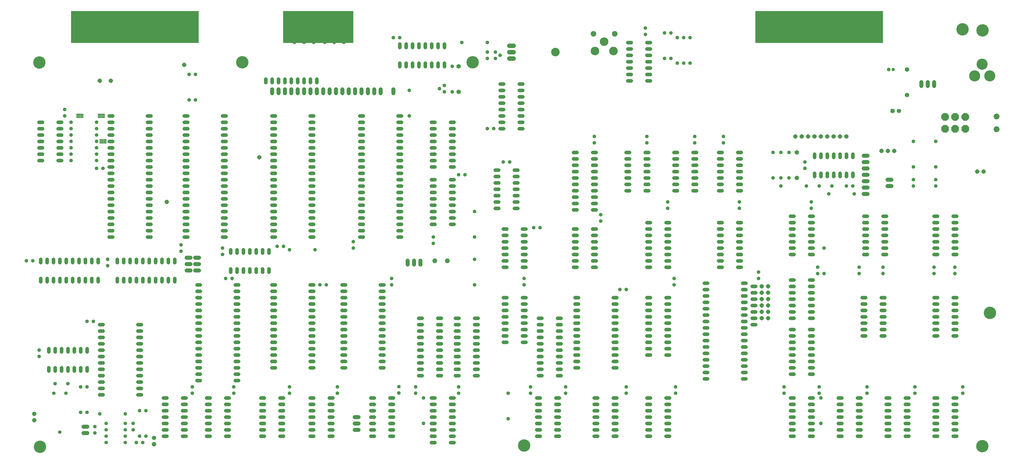
<source format=gts>
G75*
G70*
%OFA0B0*%
%FSLAX24Y24*%
%IPPOS*%
%LPD*%
%AMOC8*
5,1,8,0,0,1.08239X$1,22.5*
%
%ADD10C,0.0560*%
%ADD11OC8,0.0560*%
%ADD12C,0.0560*%
%ADD13OC8,0.0670*%
%ADD14C,0.0670*%
%ADD15C,0.0155*%
%ADD16R,2.0000X0.5000*%
%ADD17R,1.1000X0.5000*%
%ADD18C,0.0640*%
%ADD19C,0.0700*%
%ADD20C,0.1340*%
%ADD21C,0.0700*%
%ADD22OC8,0.0520*%
%ADD23C,0.0520*%
%ADD24OC8,0.0640*%
%ADD25C,0.0867*%
%ADD26C,0.1346*%
%ADD27C,0.0740*%
%ADD28C,0.0555*%
%ADD29OC8,0.1225*%
%ADD30C,0.0926*%
%ADD31C,0.1740*%
%ADD32C,0.0040*%
%ADD33R,0.0060X0.0720*%
%ADD34C,0.1940*%
D10*
X022641Y004901D02*
X023161Y004901D01*
X023161Y005901D02*
X022641Y005901D01*
X022641Y006901D02*
X023161Y006901D01*
X023161Y007901D02*
X022641Y007901D01*
X022641Y008901D02*
X023161Y008901D01*
X023161Y009901D02*
X022641Y009901D01*
X022641Y010901D02*
X023161Y010901D01*
X025641Y010901D02*
X026161Y010901D01*
X026161Y009901D02*
X025641Y009901D01*
X025641Y008901D02*
X026161Y008901D01*
X026161Y007901D02*
X025641Y007901D01*
X025641Y006901D02*
X026161Y006901D01*
X026161Y005901D02*
X025641Y005901D01*
X025641Y004901D02*
X026161Y004901D01*
X029391Y004901D02*
X029911Y004901D01*
X029911Y005901D02*
X029391Y005901D01*
X029391Y006901D02*
X029911Y006901D01*
X029911Y007901D02*
X029391Y007901D01*
X029391Y008901D02*
X029911Y008901D01*
X029911Y009901D02*
X029391Y009901D01*
X029391Y010901D02*
X029911Y010901D01*
X032391Y010901D02*
X032911Y010901D01*
X032911Y009901D02*
X032391Y009901D01*
X032391Y008901D02*
X032911Y008901D01*
X032911Y007901D02*
X032391Y007901D01*
X032391Y006901D02*
X032911Y006901D01*
X032911Y005901D02*
X032391Y005901D01*
X032391Y004901D02*
X032911Y004901D01*
X037891Y004901D02*
X038411Y004901D01*
X040891Y004901D02*
X041411Y004901D01*
X041411Y005901D02*
X040891Y005901D01*
X040891Y006901D02*
X041411Y006901D01*
X041411Y007901D02*
X040891Y007901D01*
X038411Y007901D02*
X037891Y007901D01*
X037891Y006901D02*
X038411Y006901D01*
X038411Y005901D02*
X037891Y005901D01*
X037891Y008901D02*
X038411Y008901D01*
X038411Y009901D02*
X037891Y009901D01*
X037891Y010901D02*
X038411Y010901D01*
X040891Y010901D02*
X041411Y010901D01*
X041411Y009901D02*
X040891Y009901D01*
X040891Y008901D02*
X041411Y008901D01*
X045641Y008901D02*
X046161Y008901D01*
X046161Y009901D02*
X045641Y009901D01*
X045641Y010901D02*
X046161Y010901D01*
X048641Y010901D02*
X049161Y010901D01*
X049161Y009901D02*
X048641Y009901D01*
X048641Y008901D02*
X049161Y008901D01*
X049161Y007901D02*
X048641Y007901D01*
X048641Y006901D02*
X049161Y006901D01*
X049161Y005901D02*
X048641Y005901D01*
X048641Y004901D02*
X049161Y004901D01*
X046161Y004901D02*
X045641Y004901D01*
X045641Y005901D02*
X046161Y005901D01*
X046161Y006901D02*
X045641Y006901D01*
X045641Y007901D02*
X046161Y007901D01*
X055141Y007901D02*
X055661Y007901D01*
X055661Y006901D02*
X055141Y006901D01*
X055141Y005901D02*
X055661Y005901D01*
X055661Y004901D02*
X055141Y004901D01*
X058141Y004901D02*
X058661Y004901D01*
X058661Y005901D02*
X058141Y005901D01*
X058141Y006901D02*
X058661Y006901D01*
X058661Y007901D02*
X058141Y007901D01*
X058141Y008901D02*
X058661Y008901D01*
X058661Y009901D02*
X058141Y009901D01*
X058141Y010901D02*
X058661Y010901D01*
X055661Y010901D02*
X055141Y010901D01*
X055141Y009901D02*
X055661Y009901D01*
X055661Y008901D02*
X055141Y008901D01*
X064641Y008901D02*
X065161Y008901D01*
X065161Y009901D02*
X064641Y009901D01*
X064641Y010901D02*
X065161Y010901D01*
X067641Y010901D02*
X068161Y010901D01*
X068161Y009901D02*
X067641Y009901D01*
X067641Y008901D02*
X068161Y008901D01*
X068161Y007901D02*
X067641Y007901D01*
X067641Y006901D02*
X068161Y006901D01*
X068161Y005901D02*
X067641Y005901D01*
X067641Y004901D02*
X068161Y004901D01*
X068161Y003901D02*
X067641Y003901D01*
X065161Y003901D02*
X064641Y003901D01*
X064641Y004901D02*
X065161Y004901D01*
X065161Y005901D02*
X064641Y005901D01*
X064641Y006901D02*
X065161Y006901D01*
X065161Y007901D02*
X064641Y007901D01*
X065641Y014401D02*
X066161Y014401D01*
X068391Y014401D02*
X068911Y014401D01*
X071391Y014401D02*
X071911Y014401D01*
X071911Y015401D02*
X071391Y015401D01*
X071391Y016401D02*
X071911Y016401D01*
X071911Y017401D02*
X071391Y017401D01*
X071391Y018401D02*
X071911Y018401D01*
X071911Y019401D02*
X071391Y019401D01*
X068911Y019401D02*
X068391Y019401D01*
X068391Y018401D02*
X068911Y018401D01*
X068911Y017401D02*
X068391Y017401D01*
X066161Y017401D02*
X065641Y017401D01*
X065641Y018401D02*
X066161Y018401D01*
X066161Y019401D02*
X065641Y019401D01*
X065641Y020401D02*
X066161Y020401D01*
X066161Y021401D02*
X065641Y021401D01*
X068391Y021401D02*
X068911Y021401D01*
X068911Y020401D02*
X068391Y020401D01*
X071391Y020401D02*
X071911Y020401D01*
X071911Y021401D02*
X071391Y021401D01*
X071391Y022401D02*
X071911Y022401D01*
X071911Y023401D02*
X071391Y023401D01*
X068911Y023401D02*
X068391Y023401D01*
X068391Y022401D02*
X068911Y022401D01*
X066161Y022401D02*
X065641Y022401D01*
X065641Y023401D02*
X066161Y023401D01*
X063161Y023401D02*
X062641Y023401D01*
X062641Y022401D02*
X063161Y022401D01*
X063161Y021401D02*
X062641Y021401D01*
X062641Y020401D02*
X063161Y020401D01*
X063161Y019401D02*
X062641Y019401D01*
X062641Y018401D02*
X063161Y018401D01*
X063161Y017401D02*
X062641Y017401D01*
X062641Y016401D02*
X063161Y016401D01*
X063161Y015401D02*
X062641Y015401D01*
X062641Y014401D02*
X063161Y014401D01*
X065641Y015401D02*
X066161Y015401D01*
X066161Y016401D02*
X065641Y016401D01*
X068391Y016401D02*
X068911Y016401D01*
X068911Y015401D02*
X068391Y015401D01*
X075891Y019651D02*
X076411Y019651D01*
X076411Y020651D02*
X075891Y020651D01*
X075891Y021651D02*
X076411Y021651D01*
X076411Y022651D02*
X075891Y022651D01*
X075891Y023651D02*
X076411Y023651D01*
X076411Y024651D02*
X075891Y024651D01*
X075891Y025651D02*
X076411Y025651D01*
X076411Y026651D02*
X075891Y026651D01*
X078891Y026651D02*
X079411Y026651D01*
X079411Y025651D02*
X078891Y025651D01*
X078891Y024651D02*
X079411Y024651D01*
X079411Y023651D02*
X078891Y023651D01*
X078891Y022651D02*
X079411Y022651D01*
X079411Y021651D02*
X078891Y021651D01*
X078891Y020651D02*
X079411Y020651D01*
X079411Y019651D02*
X078891Y019651D01*
X081391Y019401D02*
X081911Y019401D01*
X081911Y018401D02*
X081391Y018401D01*
X081391Y017401D02*
X081911Y017401D01*
X084391Y017401D02*
X084911Y017401D01*
X084911Y018401D02*
X084391Y018401D01*
X084391Y019401D02*
X084911Y019401D01*
X087141Y019651D02*
X087661Y019651D01*
X087661Y020651D02*
X087141Y020651D01*
X087141Y021651D02*
X087661Y021651D01*
X087661Y022651D02*
X087141Y022651D01*
X087141Y023651D02*
X087661Y023651D01*
X087661Y024651D02*
X087141Y024651D01*
X087141Y025651D02*
X087661Y025651D01*
X087661Y026651D02*
X087141Y026651D01*
X084911Y023401D02*
X084391Y023401D01*
X084391Y022401D02*
X084911Y022401D01*
X084911Y021401D02*
X084391Y021401D01*
X084391Y020401D02*
X084911Y020401D01*
X081911Y020401D02*
X081391Y020401D01*
X081391Y021401D02*
X081911Y021401D01*
X081911Y022401D02*
X081391Y022401D01*
X081391Y023401D02*
X081911Y023401D01*
X087141Y018651D02*
X087661Y018651D01*
X087661Y017651D02*
X087141Y017651D01*
X087141Y016651D02*
X087661Y016651D01*
X087661Y015651D02*
X087141Y015651D01*
X084911Y015401D02*
X084391Y015401D01*
X084391Y016401D02*
X084911Y016401D01*
X081911Y016401D02*
X081391Y016401D01*
X081391Y015401D02*
X081911Y015401D01*
X081911Y014401D02*
X081391Y014401D01*
X084391Y014401D02*
X084911Y014401D01*
X084661Y010901D02*
X084141Y010901D01*
X081661Y010901D02*
X081141Y010901D01*
X081141Y009901D02*
X081661Y009901D01*
X081661Y008901D02*
X081141Y008901D01*
X081141Y007901D02*
X081661Y007901D01*
X081661Y006901D02*
X081141Y006901D01*
X081141Y005901D02*
X081661Y005901D01*
X084141Y005901D02*
X084661Y005901D01*
X084661Y006901D02*
X084141Y006901D01*
X084141Y007901D02*
X084661Y007901D01*
X084661Y008901D02*
X084141Y008901D01*
X084141Y009901D02*
X084661Y009901D01*
X090141Y009901D02*
X090661Y009901D01*
X090661Y008901D02*
X090141Y008901D01*
X090141Y007901D02*
X090661Y007901D01*
X090661Y006901D02*
X090141Y006901D01*
X090141Y005901D02*
X090661Y005901D01*
X090661Y004901D02*
X090141Y004901D01*
X093141Y004901D02*
X093661Y004901D01*
X093661Y005901D02*
X093141Y005901D01*
X093141Y006901D02*
X093661Y006901D01*
X093661Y007901D02*
X093141Y007901D01*
X093141Y008901D02*
X093661Y008901D01*
X093661Y009901D02*
X093141Y009901D01*
X093141Y010901D02*
X093661Y010901D01*
X090661Y010901D02*
X090141Y010901D01*
X098391Y010901D02*
X098911Y010901D01*
X101391Y010901D02*
X101911Y010901D01*
X101911Y009901D02*
X101391Y009901D01*
X101391Y008901D02*
X101911Y008901D01*
X098911Y008901D02*
X098391Y008901D01*
X098391Y009901D02*
X098911Y009901D01*
X098911Y007901D02*
X098391Y007901D01*
X098391Y006901D02*
X098911Y006901D01*
X098911Y005901D02*
X098391Y005901D01*
X098391Y004901D02*
X098911Y004901D01*
X101391Y004901D02*
X101911Y004901D01*
X101911Y005901D02*
X101391Y005901D01*
X101391Y006901D02*
X101911Y006901D01*
X101911Y007901D02*
X101391Y007901D01*
X084661Y004901D02*
X084141Y004901D01*
X081661Y004901D02*
X081141Y004901D01*
X093141Y015651D02*
X093661Y015651D01*
X093661Y016651D02*
X093141Y016651D01*
X093141Y017651D02*
X093661Y017651D01*
X093661Y018651D02*
X093141Y018651D01*
X093141Y019651D02*
X093661Y019651D01*
X093661Y020651D02*
X093141Y020651D01*
X093141Y021651D02*
X093661Y021651D01*
X093661Y022651D02*
X093141Y022651D01*
X093141Y023651D02*
X093661Y023651D01*
X093661Y024651D02*
X093141Y024651D01*
X093141Y025651D02*
X093661Y025651D01*
X093661Y026651D02*
X093141Y026651D01*
X098391Y026651D02*
X098911Y026651D01*
X098911Y025651D02*
X098391Y025651D01*
X098391Y024651D02*
X098911Y024651D01*
X101391Y024651D02*
X101911Y024651D01*
X101911Y025651D02*
X101391Y025651D01*
X101391Y026651D02*
X101911Y026651D01*
X101911Y023651D02*
X101391Y023651D01*
X101391Y022651D02*
X101911Y022651D01*
X098911Y022651D02*
X098391Y022651D01*
X098391Y023651D02*
X098911Y023651D01*
X098911Y021651D02*
X098391Y021651D01*
X098391Y020651D02*
X098911Y020651D01*
X098911Y019651D02*
X098391Y019651D01*
X098391Y018651D02*
X098911Y018651D01*
X098911Y017651D02*
X098391Y017651D01*
X101391Y017651D02*
X101911Y017651D01*
X101911Y018651D02*
X101391Y018651D01*
X101391Y019651D02*
X101911Y019651D01*
X101911Y020651D02*
X101391Y020651D01*
X101391Y021651D02*
X101911Y021651D01*
X114891Y022401D02*
X115411Y022401D01*
X115411Y023401D02*
X114891Y023401D01*
X114891Y024401D02*
X115411Y024401D01*
X115411Y025401D02*
X114891Y025401D01*
X114891Y026401D02*
X115411Y026401D01*
X115411Y027401D02*
X114891Y027401D01*
X114891Y028401D02*
X115411Y028401D01*
X120891Y028401D02*
X121411Y028401D01*
X121411Y029401D02*
X120891Y029401D01*
X123891Y029401D02*
X124411Y029401D01*
X124411Y028401D02*
X123891Y028401D01*
X123891Y027401D02*
X124411Y027401D01*
X124411Y026401D02*
X123891Y026401D01*
X123891Y025401D02*
X124411Y025401D01*
X124411Y024401D02*
X123891Y024401D01*
X123891Y023401D02*
X124411Y023401D01*
X121411Y023401D02*
X120891Y023401D01*
X120891Y024401D02*
X121411Y024401D01*
X121411Y025401D02*
X120891Y025401D01*
X120891Y026401D02*
X121411Y026401D01*
X121411Y027401D02*
X120891Y027401D01*
X113161Y031401D02*
X112641Y031401D01*
X112641Y032401D02*
X113161Y032401D01*
X113161Y033401D02*
X112641Y033401D01*
X112641Y034401D02*
X113161Y034401D01*
X113161Y035401D02*
X112641Y035401D01*
X112641Y036401D02*
X113161Y036401D01*
X113161Y037401D02*
X112641Y037401D01*
X110161Y037401D02*
X109641Y037401D01*
X109641Y036401D02*
X110161Y036401D01*
X110161Y035401D02*
X109641Y035401D01*
X109641Y034401D02*
X110161Y034401D01*
X110161Y033401D02*
X109641Y033401D01*
X109641Y032401D02*
X110161Y032401D01*
X110161Y031401D02*
X109641Y031401D01*
X101911Y031401D02*
X101391Y031401D01*
X101391Y032401D02*
X101911Y032401D01*
X098911Y032401D02*
X098391Y032401D01*
X098391Y031401D02*
X098911Y031401D01*
X098911Y033401D02*
X098391Y033401D01*
X098391Y034401D02*
X098911Y034401D01*
X101391Y034401D02*
X101911Y034401D01*
X101911Y033401D02*
X101391Y033401D01*
X101391Y035401D02*
X101911Y035401D01*
X101911Y036401D02*
X101391Y036401D01*
X101391Y037401D02*
X101911Y037401D01*
X098911Y037401D02*
X098391Y037401D01*
X098391Y036401D02*
X098911Y036401D01*
X098911Y035401D02*
X098391Y035401D01*
X098391Y038401D02*
X098911Y038401D01*
X101391Y038401D02*
X101911Y038401D01*
X109641Y038401D02*
X110161Y038401D01*
X112641Y038401D02*
X113161Y038401D01*
X120891Y038401D02*
X121411Y038401D01*
X121411Y039401D02*
X120891Y039401D01*
X123891Y039401D02*
X124411Y039401D01*
X124411Y038401D02*
X123891Y038401D01*
X123891Y037401D02*
X124411Y037401D01*
X124411Y036401D02*
X123891Y036401D01*
X123891Y035401D02*
X124411Y035401D01*
X124411Y034401D02*
X123891Y034401D01*
X123891Y033401D02*
X124411Y033401D01*
X121411Y033401D02*
X120891Y033401D01*
X120891Y034401D02*
X121411Y034401D01*
X121411Y035401D02*
X120891Y035401D01*
X120891Y036401D02*
X121411Y036401D01*
X121411Y037401D02*
X120891Y037401D01*
X132391Y037401D02*
X132911Y037401D01*
X132911Y036401D02*
X132391Y036401D01*
X132391Y035401D02*
X132911Y035401D01*
X135391Y035401D02*
X135911Y035401D01*
X135911Y036401D02*
X135391Y036401D01*
X135391Y037401D02*
X135911Y037401D01*
X135911Y038401D02*
X135391Y038401D01*
X135391Y039401D02*
X135911Y039401D01*
X132911Y039401D02*
X132391Y039401D01*
X132391Y038401D02*
X132911Y038401D01*
X132911Y034401D02*
X132391Y034401D01*
X132391Y033401D02*
X132911Y033401D01*
X135391Y033401D02*
X135911Y033401D01*
X135911Y034401D02*
X135391Y034401D01*
X143391Y034401D02*
X143911Y034401D01*
X143911Y033401D02*
X143391Y033401D01*
X146391Y033401D02*
X146911Y033401D01*
X146911Y034401D02*
X146391Y034401D01*
X146391Y035401D02*
X146911Y035401D01*
X146911Y036401D02*
X146391Y036401D01*
X146391Y037401D02*
X146911Y037401D01*
X146911Y038401D02*
X146391Y038401D01*
X146391Y039401D02*
X146911Y039401D01*
X143911Y039401D02*
X143391Y039401D01*
X143391Y038401D02*
X143911Y038401D01*
X143911Y037401D02*
X143391Y037401D01*
X143391Y036401D02*
X143911Y036401D01*
X143911Y035401D02*
X143391Y035401D01*
X143391Y026651D02*
X143911Y026651D01*
X143911Y025651D02*
X143391Y025651D01*
X143391Y024651D02*
X143911Y024651D01*
X146391Y024651D02*
X146911Y024651D01*
X146911Y025651D02*
X146391Y025651D01*
X146391Y026651D02*
X146911Y026651D01*
X146911Y023651D02*
X146391Y023651D01*
X146391Y022651D02*
X146911Y022651D01*
X146911Y021651D02*
X146391Y021651D01*
X146391Y020651D02*
X146911Y020651D01*
X143911Y020651D02*
X143391Y020651D01*
X143391Y021651D02*
X143911Y021651D01*
X143911Y022651D02*
X143391Y022651D01*
X143391Y023651D02*
X143911Y023651D01*
X135661Y023651D02*
X135141Y023651D01*
X135141Y022651D02*
X135661Y022651D01*
X135661Y021651D02*
X135141Y021651D01*
X135141Y020651D02*
X135661Y020651D01*
X132661Y020651D02*
X132141Y020651D01*
X132141Y021651D02*
X132661Y021651D01*
X132661Y022651D02*
X132141Y022651D01*
X132141Y023651D02*
X132661Y023651D01*
X132661Y024651D02*
X132141Y024651D01*
X132141Y025651D02*
X132661Y025651D01*
X132661Y026651D02*
X132141Y026651D01*
X135141Y026651D02*
X135661Y026651D01*
X135661Y025651D02*
X135141Y025651D01*
X135141Y024651D02*
X135661Y024651D01*
X124411Y021651D02*
X123891Y021651D01*
X123891Y020651D02*
X124411Y020651D01*
X124411Y019651D02*
X123891Y019651D01*
X121411Y019651D02*
X120891Y019651D01*
X120891Y020651D02*
X121411Y020651D01*
X121411Y021651D02*
X120891Y021651D01*
X120891Y018651D02*
X121411Y018651D01*
X121411Y017651D02*
X120891Y017651D01*
X120891Y016651D02*
X121411Y016651D01*
X123891Y016651D02*
X124411Y016651D01*
X124411Y017651D02*
X123891Y017651D01*
X123891Y018651D02*
X124411Y018651D01*
X124411Y015651D02*
X123891Y015651D01*
X123891Y014651D02*
X124411Y014651D01*
X121411Y014651D02*
X120891Y014651D01*
X120891Y015651D02*
X121411Y015651D01*
X121411Y010901D02*
X120891Y010901D01*
X120891Y009901D02*
X121411Y009901D01*
X121411Y008901D02*
X120891Y008901D01*
X120891Y007901D02*
X121411Y007901D01*
X121411Y006901D02*
X120891Y006901D01*
X120891Y005901D02*
X121411Y005901D01*
X123891Y005901D02*
X124411Y005901D01*
X124411Y006901D02*
X123891Y006901D01*
X123891Y007901D02*
X124411Y007901D01*
X124411Y008901D02*
X123891Y008901D01*
X123891Y009901D02*
X124411Y009901D01*
X124411Y010901D02*
X123891Y010901D01*
X128391Y010901D02*
X128911Y010901D01*
X128911Y009901D02*
X128391Y009901D01*
X128391Y008901D02*
X128911Y008901D01*
X128911Y007901D02*
X128391Y007901D01*
X128391Y006901D02*
X128911Y006901D01*
X128911Y005901D02*
X128391Y005901D01*
X128391Y004901D02*
X128911Y004901D01*
X131391Y004901D02*
X131911Y004901D01*
X131911Y005901D02*
X131391Y005901D01*
X131391Y006901D02*
X131911Y006901D01*
X131911Y007901D02*
X131391Y007901D01*
X131391Y008901D02*
X131911Y008901D01*
X131911Y009901D02*
X131391Y009901D01*
X131391Y010901D02*
X131911Y010901D01*
X135891Y010901D02*
X136411Y010901D01*
X136411Y009901D02*
X135891Y009901D01*
X135891Y008901D02*
X136411Y008901D01*
X136411Y007901D02*
X135891Y007901D01*
X135891Y006901D02*
X136411Y006901D01*
X136411Y005901D02*
X135891Y005901D01*
X135891Y004901D02*
X136411Y004901D01*
X138891Y004901D02*
X139411Y004901D01*
X139411Y005901D02*
X138891Y005901D01*
X138891Y006901D02*
X139411Y006901D01*
X139411Y007901D02*
X138891Y007901D01*
X138891Y008901D02*
X139411Y008901D01*
X139411Y009901D02*
X138891Y009901D01*
X138891Y010901D02*
X139411Y010901D01*
X143391Y010901D02*
X143911Y010901D01*
X146391Y010901D02*
X146911Y010901D01*
X146911Y009901D02*
X146391Y009901D01*
X146391Y008901D02*
X146911Y008901D01*
X146911Y007901D02*
X146391Y007901D01*
X146391Y006901D02*
X146911Y006901D01*
X146911Y005901D02*
X146391Y005901D01*
X143911Y005901D02*
X143391Y005901D01*
X143391Y006901D02*
X143911Y006901D01*
X143911Y007901D02*
X143391Y007901D01*
X143391Y008901D02*
X143911Y008901D01*
X143911Y009901D02*
X143391Y009901D01*
X143391Y004901D02*
X143911Y004901D01*
X146391Y004901D02*
X146911Y004901D01*
X124411Y004901D02*
X123891Y004901D01*
X121411Y004901D02*
X120891Y004901D01*
X090411Y031401D02*
X089891Y031401D01*
X089891Y032401D02*
X090411Y032401D01*
X090411Y033401D02*
X089891Y033401D01*
X089891Y034401D02*
X090411Y034401D01*
X090411Y035401D02*
X089891Y035401D01*
X089891Y036401D02*
X090411Y036401D01*
X090411Y037401D02*
X089891Y037401D01*
X087411Y037401D02*
X086891Y037401D01*
X086891Y036401D02*
X087411Y036401D01*
X087411Y035401D02*
X086891Y035401D01*
X086891Y034401D02*
X087411Y034401D01*
X087411Y033401D02*
X086891Y033401D01*
X086891Y032401D02*
X087411Y032401D01*
X087411Y031401D02*
X086891Y031401D01*
X079411Y031401D02*
X078891Y031401D01*
X078891Y032401D02*
X079411Y032401D01*
X079411Y033401D02*
X078891Y033401D01*
X078891Y034401D02*
X079411Y034401D01*
X079411Y035401D02*
X078891Y035401D01*
X078891Y036401D02*
X079411Y036401D01*
X079411Y037401D02*
X078891Y037401D01*
X076411Y037401D02*
X075891Y037401D01*
X075891Y036401D02*
X076411Y036401D01*
X076411Y035401D02*
X075891Y035401D01*
X075891Y034401D02*
X076411Y034401D01*
X076411Y033401D02*
X075891Y033401D01*
X075891Y032401D02*
X076411Y032401D01*
X076411Y031401D02*
X075891Y031401D01*
X068161Y038151D02*
X067641Y038151D01*
X067641Y039151D02*
X068161Y039151D01*
X068161Y040151D02*
X067641Y040151D01*
X067641Y041151D02*
X068161Y041151D01*
X068161Y042151D02*
X067641Y042151D01*
X067641Y043151D02*
X068161Y043151D01*
X068161Y044151D02*
X067641Y044151D01*
X067641Y045151D02*
X068161Y045151D01*
X065161Y045151D02*
X064641Y045151D01*
X064641Y044151D02*
X065161Y044151D01*
X065161Y043151D02*
X064641Y043151D01*
X064641Y042151D02*
X065161Y042151D01*
X065161Y041151D02*
X064641Y041151D01*
X064641Y040151D02*
X065161Y040151D01*
X065161Y039151D02*
X064641Y039151D01*
X064641Y038151D02*
X065161Y038151D01*
X059911Y038151D02*
X059391Y038151D01*
X059391Y037151D02*
X059911Y037151D01*
X059911Y036151D02*
X059391Y036151D01*
X059391Y039151D02*
X059911Y039151D01*
X059911Y040151D02*
X059391Y040151D01*
X059391Y041151D02*
X059911Y041151D01*
X059911Y042151D02*
X059391Y042151D01*
X059391Y043151D02*
X059911Y043151D01*
X059911Y044151D02*
X059391Y044151D01*
X059391Y045151D02*
X059911Y045151D01*
X059911Y046151D02*
X059391Y046151D01*
X059391Y047151D02*
X059911Y047151D01*
X059911Y048151D02*
X059391Y048151D01*
X059391Y049151D02*
X059911Y049151D01*
X059911Y050151D02*
X059391Y050151D01*
X059391Y051151D02*
X059911Y051151D01*
X059911Y052151D02*
X059391Y052151D01*
X059391Y053151D02*
X059911Y053151D01*
X059911Y054151D02*
X059391Y054151D01*
X059391Y055151D02*
X059911Y055151D01*
X064641Y054151D02*
X065161Y054151D01*
X065161Y053151D02*
X064641Y053151D01*
X064641Y052151D02*
X065161Y052151D01*
X065161Y051151D02*
X064641Y051151D01*
X064641Y050151D02*
X065161Y050151D01*
X065161Y049151D02*
X064641Y049151D01*
X064641Y048151D02*
X065161Y048151D01*
X065161Y047151D02*
X064641Y047151D01*
X067641Y047151D02*
X068161Y047151D01*
X068161Y048151D02*
X067641Y048151D01*
X067641Y049151D02*
X068161Y049151D01*
X068161Y050151D02*
X067641Y050151D01*
X067641Y051151D02*
X068161Y051151D01*
X068161Y052151D02*
X067641Y052151D01*
X067641Y053151D02*
X068161Y053151D01*
X068161Y054151D02*
X067641Y054151D01*
X075391Y054151D02*
X075911Y054151D01*
X075911Y053151D02*
X075391Y053151D01*
X078391Y053151D02*
X078911Y053151D01*
X078911Y054151D02*
X078391Y054151D01*
X078391Y055151D02*
X078911Y055151D01*
X078911Y056151D02*
X078391Y056151D01*
X078391Y057151D02*
X078911Y057151D01*
X078911Y058151D02*
X078391Y058151D01*
X078391Y059151D02*
X078911Y059151D01*
X078911Y060151D02*
X078391Y060151D01*
X075911Y060151D02*
X075391Y060151D01*
X075391Y059151D02*
X075911Y059151D01*
X075911Y058151D02*
X075391Y058151D01*
X075391Y057151D02*
X075911Y057151D01*
X075911Y056151D02*
X075391Y056151D01*
X075391Y055151D02*
X075911Y055151D01*
X086891Y049401D02*
X087411Y049401D01*
X087411Y048401D02*
X086891Y048401D01*
X086891Y047401D02*
X087411Y047401D01*
X087411Y046401D02*
X086891Y046401D01*
X086891Y045401D02*
X087411Y045401D01*
X087411Y044401D02*
X086891Y044401D01*
X086891Y043401D02*
X087411Y043401D01*
X087411Y042401D02*
X086891Y042401D01*
X086891Y041401D02*
X087411Y041401D01*
X087411Y040401D02*
X086891Y040401D01*
X089891Y040401D02*
X090411Y040401D01*
X090411Y041401D02*
X089891Y041401D01*
X089891Y042401D02*
X090411Y042401D01*
X090411Y043401D02*
X089891Y043401D01*
X089891Y044401D02*
X090411Y044401D01*
X090411Y045401D02*
X089891Y045401D01*
X089891Y046401D02*
X090411Y046401D01*
X090411Y047401D02*
X089891Y047401D01*
X089891Y048401D02*
X090411Y048401D01*
X090411Y049401D02*
X089891Y049401D01*
X095141Y049401D02*
X095661Y049401D01*
X095661Y048401D02*
X095141Y048401D01*
X095141Y047401D02*
X095661Y047401D01*
X095661Y046401D02*
X095141Y046401D01*
X095141Y045401D02*
X095661Y045401D01*
X095661Y044401D02*
X095141Y044401D01*
X095141Y043401D02*
X095661Y043401D01*
X098141Y043401D02*
X098661Y043401D01*
X098661Y044401D02*
X098141Y044401D01*
X098141Y045401D02*
X098661Y045401D01*
X098661Y046401D02*
X098141Y046401D01*
X098141Y047401D02*
X098661Y047401D01*
X098661Y048401D02*
X098141Y048401D01*
X098141Y049401D02*
X098661Y049401D01*
X102641Y049401D02*
X103161Y049401D01*
X103161Y048401D02*
X102641Y048401D01*
X102641Y047401D02*
X103161Y047401D01*
X103161Y046401D02*
X102641Y046401D01*
X102641Y045401D02*
X103161Y045401D01*
X103161Y044401D02*
X102641Y044401D01*
X102641Y043401D02*
X103161Y043401D01*
X105641Y043401D02*
X106161Y043401D01*
X106161Y044401D02*
X105641Y044401D01*
X105641Y045401D02*
X106161Y045401D01*
X106161Y046401D02*
X105641Y046401D01*
X105641Y047401D02*
X106161Y047401D01*
X106161Y048401D02*
X105641Y048401D01*
X105641Y049401D02*
X106161Y049401D01*
X109641Y049401D02*
X110161Y049401D01*
X110161Y048401D02*
X109641Y048401D01*
X109641Y047401D02*
X110161Y047401D01*
X110161Y046401D02*
X109641Y046401D01*
X109641Y045401D02*
X110161Y045401D01*
X110161Y044401D02*
X109641Y044401D01*
X109641Y043401D02*
X110161Y043401D01*
X112641Y043401D02*
X113161Y043401D01*
X113161Y044401D02*
X112641Y044401D01*
X112641Y045401D02*
X113161Y045401D01*
X113161Y046401D02*
X112641Y046401D01*
X112641Y047401D02*
X113161Y047401D01*
X113161Y048401D02*
X112641Y048401D01*
X112641Y049401D02*
X113161Y049401D01*
X124651Y049161D02*
X124651Y048641D01*
X125651Y048641D02*
X125651Y049161D01*
X126651Y049161D02*
X126651Y048641D01*
X127651Y048641D02*
X127651Y049161D01*
X128651Y049161D02*
X128651Y048641D01*
X129651Y048641D02*
X129651Y049161D01*
X130651Y049161D02*
X130651Y048641D01*
X130651Y046161D02*
X130651Y045641D01*
X129651Y045641D02*
X129651Y046161D01*
X128651Y046161D02*
X128651Y045641D01*
X127651Y045641D02*
X127651Y046161D01*
X126651Y046161D02*
X126651Y045641D01*
X125651Y045641D02*
X125651Y046161D01*
X124651Y046161D02*
X124651Y045641D01*
X098911Y060651D02*
X098391Y060651D01*
X095911Y060651D02*
X095391Y060651D01*
X095391Y061651D02*
X095911Y061651D01*
X095911Y062651D02*
X095391Y062651D01*
X095391Y063651D02*
X095911Y063651D01*
X095911Y064651D02*
X095391Y064651D01*
X095391Y065651D02*
X095911Y065651D01*
X098391Y065651D02*
X098911Y065651D01*
X098911Y064651D02*
X098391Y064651D01*
X098391Y063651D02*
X098911Y063651D01*
X098911Y062651D02*
X098391Y062651D01*
X098391Y061651D02*
X098911Y061651D01*
X098911Y066651D02*
X098391Y066651D01*
X095911Y066651D02*
X095391Y066651D01*
X066651Y066411D02*
X066651Y065891D01*
X065651Y065891D02*
X065651Y066411D01*
X064651Y066411D02*
X064651Y065891D01*
X063651Y065891D02*
X063651Y066411D01*
X062651Y066411D02*
X062651Y065891D01*
X061651Y065891D02*
X061651Y066411D01*
X060651Y066411D02*
X060651Y065891D01*
X059651Y065891D02*
X059651Y066411D01*
X059651Y063411D02*
X059651Y062891D01*
X060651Y062891D02*
X060651Y063411D01*
X061651Y063411D02*
X061651Y062891D01*
X062651Y062891D02*
X062651Y063411D01*
X063651Y063411D02*
X063651Y062891D01*
X064651Y062891D02*
X064651Y063411D01*
X065651Y063411D02*
X065651Y062891D01*
X066651Y062891D02*
X066651Y063411D01*
X053911Y055151D02*
X053391Y055151D01*
X053391Y054151D02*
X053911Y054151D01*
X053911Y053151D02*
X053391Y053151D01*
X053391Y052151D02*
X053911Y052151D01*
X053911Y051151D02*
X053391Y051151D01*
X053391Y050151D02*
X053911Y050151D01*
X053911Y049151D02*
X053391Y049151D01*
X053391Y048151D02*
X053911Y048151D01*
X053911Y047151D02*
X053391Y047151D01*
X053391Y046151D02*
X053911Y046151D01*
X053911Y045151D02*
X053391Y045151D01*
X053391Y044151D02*
X053911Y044151D01*
X053911Y043151D02*
X053391Y043151D01*
X053391Y042151D02*
X053911Y042151D01*
X053911Y041151D02*
X053391Y041151D01*
X053391Y040151D02*
X053911Y040151D01*
X053911Y039151D02*
X053391Y039151D01*
X053391Y038151D02*
X053911Y038151D01*
X053911Y037151D02*
X053391Y037151D01*
X053391Y036151D02*
X053911Y036151D01*
X046161Y036151D02*
X045641Y036151D01*
X045641Y037151D02*
X046161Y037151D01*
X046161Y038151D02*
X045641Y038151D01*
X045641Y039151D02*
X046161Y039151D01*
X046161Y040151D02*
X045641Y040151D01*
X045641Y041151D02*
X046161Y041151D01*
X046161Y042151D02*
X045641Y042151D01*
X045641Y043151D02*
X046161Y043151D01*
X046161Y044151D02*
X045641Y044151D01*
X045641Y045151D02*
X046161Y045151D01*
X046161Y046151D02*
X045641Y046151D01*
X045641Y047151D02*
X046161Y047151D01*
X046161Y048151D02*
X045641Y048151D01*
X045641Y049151D02*
X046161Y049151D01*
X046161Y050151D02*
X045641Y050151D01*
X045641Y051151D02*
X046161Y051151D01*
X046161Y052151D02*
X045641Y052151D01*
X045641Y053151D02*
X046161Y053151D01*
X046161Y054151D02*
X045641Y054151D01*
X045641Y055151D02*
X046161Y055151D01*
X040161Y055151D02*
X039641Y055151D01*
X039641Y054151D02*
X040161Y054151D01*
X040161Y053151D02*
X039641Y053151D01*
X039641Y052151D02*
X040161Y052151D01*
X040161Y051151D02*
X039641Y051151D01*
X039641Y050151D02*
X040161Y050151D01*
X040161Y049151D02*
X039641Y049151D01*
X039641Y048151D02*
X040161Y048151D01*
X040161Y047151D02*
X039641Y047151D01*
X039641Y046151D02*
X040161Y046151D01*
X040161Y045151D02*
X039641Y045151D01*
X039641Y044151D02*
X040161Y044151D01*
X040161Y043151D02*
X039641Y043151D01*
X039641Y042151D02*
X040161Y042151D01*
X040161Y041151D02*
X039641Y041151D01*
X039641Y040151D02*
X040161Y040151D01*
X040161Y039151D02*
X039641Y039151D01*
X039641Y038151D02*
X040161Y038151D01*
X040161Y037151D02*
X039641Y037151D01*
X039641Y036151D02*
X040161Y036151D01*
X039151Y034161D02*
X039151Y033641D01*
X038151Y033641D02*
X038151Y034161D01*
X037151Y034161D02*
X037151Y033641D01*
X036151Y033641D02*
X036151Y034161D01*
X035151Y034161D02*
X035151Y033641D01*
X034151Y033641D02*
X034151Y034161D01*
X033151Y034161D02*
X033151Y033641D01*
X033151Y031161D02*
X033151Y030641D01*
X034151Y030641D02*
X034151Y031161D01*
X035151Y031161D02*
X035151Y030641D01*
X036151Y030641D02*
X036151Y031161D01*
X037151Y031161D02*
X037151Y030641D01*
X038151Y030641D02*
X038151Y031161D01*
X039151Y031161D02*
X039151Y030641D01*
X039641Y028651D02*
X040161Y028651D01*
X040161Y027651D02*
X039641Y027651D01*
X039641Y026651D02*
X040161Y026651D01*
X040161Y025651D02*
X039641Y025651D01*
X039641Y024651D02*
X040161Y024651D01*
X040161Y023651D02*
X039641Y023651D01*
X039641Y022651D02*
X040161Y022651D01*
X040161Y021651D02*
X039641Y021651D01*
X039641Y020651D02*
X040161Y020651D01*
X040161Y019651D02*
X039641Y019651D01*
X039641Y018651D02*
X040161Y018651D01*
X040161Y017651D02*
X039641Y017651D01*
X039641Y016651D02*
X040161Y016651D01*
X040161Y015651D02*
X039641Y015651D01*
X045641Y015651D02*
X046161Y015651D01*
X046161Y016651D02*
X045641Y016651D01*
X045641Y017651D02*
X046161Y017651D01*
X046161Y018651D02*
X045641Y018651D01*
X045641Y019651D02*
X046161Y019651D01*
X046161Y020651D02*
X045641Y020651D01*
X045641Y021651D02*
X046161Y021651D01*
X046161Y022651D02*
X045641Y022651D01*
X045641Y023651D02*
X046161Y023651D01*
X046161Y024651D02*
X045641Y024651D01*
X045641Y025651D02*
X046161Y025651D01*
X046161Y026651D02*
X045641Y026651D01*
X045641Y027651D02*
X046161Y027651D01*
X046161Y028651D02*
X045641Y028651D01*
X050641Y028651D02*
X051161Y028651D01*
X051161Y027651D02*
X050641Y027651D01*
X050641Y026651D02*
X051161Y026651D01*
X051161Y025651D02*
X050641Y025651D01*
X050641Y024651D02*
X051161Y024651D01*
X051161Y023651D02*
X050641Y023651D01*
X050641Y022651D02*
X051161Y022651D01*
X051161Y021651D02*
X050641Y021651D01*
X050641Y020651D02*
X051161Y020651D01*
X051161Y019651D02*
X050641Y019651D01*
X050641Y018651D02*
X051161Y018651D01*
X051161Y017651D02*
X050641Y017651D01*
X050641Y016651D02*
X051161Y016651D01*
X051161Y015651D02*
X050641Y015651D01*
X056641Y015651D02*
X057161Y015651D01*
X057161Y016651D02*
X056641Y016651D01*
X056641Y017651D02*
X057161Y017651D01*
X057161Y018651D02*
X056641Y018651D01*
X056641Y019651D02*
X057161Y019651D01*
X057161Y020651D02*
X056641Y020651D01*
X056641Y021651D02*
X057161Y021651D01*
X057161Y022651D02*
X056641Y022651D01*
X056641Y023651D02*
X057161Y023651D01*
X057161Y024651D02*
X056641Y024651D01*
X056641Y025651D02*
X057161Y025651D01*
X057161Y026651D02*
X056641Y026651D01*
X056641Y027651D02*
X057161Y027651D01*
X057161Y028651D02*
X056641Y028651D01*
X032411Y036151D02*
X031891Y036151D01*
X031891Y037151D02*
X032411Y037151D01*
X032411Y038151D02*
X031891Y038151D01*
X031891Y039151D02*
X032411Y039151D01*
X032411Y040151D02*
X031891Y040151D01*
X031891Y041151D02*
X032411Y041151D01*
X032411Y042151D02*
X031891Y042151D01*
X031891Y043151D02*
X032411Y043151D01*
X032411Y044151D02*
X031891Y044151D01*
X031891Y045151D02*
X032411Y045151D01*
X032411Y046151D02*
X031891Y046151D01*
X031891Y047151D02*
X032411Y047151D01*
X032411Y048151D02*
X031891Y048151D01*
X031891Y049151D02*
X032411Y049151D01*
X032411Y050151D02*
X031891Y050151D01*
X031891Y051151D02*
X032411Y051151D01*
X032411Y052151D02*
X031891Y052151D01*
X031891Y053151D02*
X032411Y053151D01*
X032411Y054151D02*
X031891Y054151D01*
X031891Y055151D02*
X032411Y055151D01*
X026411Y055151D02*
X025891Y055151D01*
X025891Y054151D02*
X026411Y054151D01*
X026411Y053151D02*
X025891Y053151D01*
X025891Y052151D02*
X026411Y052151D01*
X026411Y051151D02*
X025891Y051151D01*
X025891Y050151D02*
X026411Y050151D01*
X026411Y049151D02*
X025891Y049151D01*
X025891Y048151D02*
X026411Y048151D01*
X026411Y047151D02*
X025891Y047151D01*
X025891Y046151D02*
X026411Y046151D01*
X026411Y045151D02*
X025891Y045151D01*
X025891Y044151D02*
X026411Y044151D01*
X026411Y043151D02*
X025891Y043151D01*
X025891Y042151D02*
X026411Y042151D01*
X026411Y041151D02*
X025891Y041151D01*
X025891Y040151D02*
X026411Y040151D01*
X026411Y039151D02*
X025891Y039151D01*
X025891Y038151D02*
X026411Y038151D01*
X026411Y037151D02*
X025891Y037151D01*
X025891Y036151D02*
X026411Y036151D01*
X020661Y036151D02*
X020141Y036151D01*
X020141Y037151D02*
X020661Y037151D01*
X020661Y038151D02*
X020141Y038151D01*
X020141Y039151D02*
X020661Y039151D01*
X020661Y040151D02*
X020141Y040151D01*
X020141Y041151D02*
X020661Y041151D01*
X020661Y042151D02*
X020141Y042151D01*
X020141Y043151D02*
X020661Y043151D01*
X020661Y044151D02*
X020141Y044151D01*
X020141Y045151D02*
X020661Y045151D01*
X020661Y046151D02*
X020141Y046151D01*
X020141Y047151D02*
X020661Y047151D01*
X020661Y048151D02*
X020141Y048151D01*
X020141Y049151D02*
X020661Y049151D01*
X020661Y050151D02*
X020141Y050151D01*
X020141Y051151D02*
X020661Y051151D01*
X020661Y052151D02*
X020141Y052151D01*
X020141Y053151D02*
X020661Y053151D01*
X020661Y054151D02*
X020141Y054151D01*
X020141Y055151D02*
X020661Y055151D01*
X014661Y055151D02*
X014141Y055151D01*
X014141Y054151D02*
X014661Y054151D01*
X014661Y053151D02*
X014141Y053151D01*
X014141Y052151D02*
X014661Y052151D01*
X014661Y051151D02*
X014141Y051151D01*
X014141Y050151D02*
X014661Y050151D01*
X014661Y049151D02*
X014141Y049151D01*
X014141Y048151D02*
X014661Y048151D01*
X014661Y047151D02*
X014141Y047151D01*
X014141Y046151D02*
X014661Y046151D01*
X014661Y045151D02*
X014141Y045151D01*
X014141Y044151D02*
X014661Y044151D01*
X014661Y043151D02*
X014141Y043151D01*
X014141Y042151D02*
X014661Y042151D01*
X014661Y041151D02*
X014141Y041151D01*
X014141Y040151D02*
X014661Y040151D01*
X014661Y039151D02*
X014141Y039151D01*
X014141Y038151D02*
X014661Y038151D01*
X014661Y037151D02*
X014141Y037151D01*
X014141Y036151D02*
X014661Y036151D01*
X015401Y032661D02*
X015401Y032141D01*
X016401Y032141D02*
X016401Y032661D01*
X017401Y032661D02*
X017401Y032141D01*
X018401Y032141D02*
X018401Y032661D01*
X019401Y032661D02*
X019401Y032141D01*
X020401Y032141D02*
X020401Y032661D01*
X021401Y032661D02*
X021401Y032141D01*
X022401Y032141D02*
X022401Y032661D01*
X023401Y032661D02*
X023401Y032141D01*
X024401Y032141D02*
X024401Y032661D01*
X024401Y029661D02*
X024401Y029141D01*
X023401Y029141D02*
X023401Y029661D01*
X022401Y029661D02*
X022401Y029141D01*
X021401Y029141D02*
X021401Y029661D01*
X020401Y029661D02*
X020401Y029141D01*
X019401Y029141D02*
X019401Y029661D01*
X018401Y029661D02*
X018401Y029141D01*
X017401Y029141D02*
X017401Y029661D01*
X016401Y029661D02*
X016401Y029141D01*
X015401Y029141D02*
X015401Y029661D01*
X012401Y029661D02*
X012401Y029141D01*
X011401Y029141D02*
X011401Y029661D01*
X010401Y029661D02*
X010401Y029141D01*
X009401Y029141D02*
X009401Y029661D01*
X008401Y029661D02*
X008401Y029141D01*
X007401Y029141D02*
X007401Y029661D01*
X006401Y029661D02*
X006401Y029141D01*
X005401Y029141D02*
X005401Y029661D01*
X004401Y029661D02*
X004401Y029141D01*
X003401Y029141D02*
X003401Y029661D01*
X003401Y032141D02*
X003401Y032661D01*
X004401Y032661D02*
X004401Y032141D01*
X005401Y032141D02*
X005401Y032661D01*
X006401Y032661D02*
X006401Y032141D01*
X007401Y032141D02*
X007401Y032661D01*
X008401Y032661D02*
X008401Y032141D01*
X009401Y032141D02*
X009401Y032661D01*
X010401Y032661D02*
X010401Y032141D01*
X011401Y032141D02*
X011401Y032661D01*
X012401Y032661D02*
X012401Y032141D01*
X012641Y022401D02*
X013161Y022401D01*
X013161Y021401D02*
X012641Y021401D01*
X012641Y020401D02*
X013161Y020401D01*
X013161Y019401D02*
X012641Y019401D01*
X012641Y018401D02*
X013161Y018401D01*
X013161Y017401D02*
X012641Y017401D01*
X010651Y018141D02*
X010651Y018661D01*
X009651Y018661D02*
X009651Y018141D01*
X008651Y018141D02*
X008651Y018661D01*
X007651Y018661D02*
X007651Y018141D01*
X006651Y018141D02*
X006651Y018661D01*
X005651Y018661D02*
X005651Y018141D01*
X004651Y018141D02*
X004651Y018661D01*
X004651Y015661D02*
X004651Y015141D01*
X005651Y015141D02*
X005651Y015661D01*
X006651Y015661D02*
X006651Y015141D01*
X007651Y015141D02*
X007651Y015661D01*
X008651Y015661D02*
X008651Y015141D01*
X009651Y015141D02*
X009651Y015661D01*
X010651Y015661D02*
X010651Y015141D01*
X012641Y015401D02*
X013161Y015401D01*
X013161Y016401D02*
X012641Y016401D01*
X012641Y014401D02*
X013161Y014401D01*
X013161Y013401D02*
X012641Y013401D01*
X012641Y012401D02*
X013161Y012401D01*
X013161Y011401D02*
X012641Y011401D01*
X018641Y011401D02*
X019161Y011401D01*
X019161Y012401D02*
X018641Y012401D01*
X018641Y013401D02*
X019161Y013401D01*
X019161Y014401D02*
X018641Y014401D01*
X018641Y015401D02*
X019161Y015401D01*
X019161Y016401D02*
X018641Y016401D01*
X018641Y017401D02*
X019161Y017401D01*
X019161Y018401D02*
X018641Y018401D01*
X018641Y019401D02*
X019161Y019401D01*
X019161Y020401D02*
X018641Y020401D01*
X018641Y021401D02*
X019161Y021401D01*
X019161Y022401D02*
X018641Y022401D01*
X006661Y048151D02*
X006141Y048151D01*
X003661Y048151D02*
X003141Y048151D01*
X003141Y049151D02*
X003661Y049151D01*
X003661Y050151D02*
X003141Y050151D01*
X003141Y051151D02*
X003661Y051151D01*
X006141Y051151D02*
X006661Y051151D01*
X006661Y050151D02*
X006141Y050151D01*
X006141Y049151D02*
X006661Y049151D01*
X006661Y052151D02*
X006141Y052151D01*
X006141Y053151D02*
X006661Y053151D01*
X006661Y054151D02*
X006141Y054151D01*
X003661Y054151D02*
X003141Y054151D01*
X003141Y053151D02*
X003661Y053151D01*
X003661Y052151D02*
X003141Y052151D01*
X038651Y060391D02*
X038651Y060911D01*
X039651Y060911D02*
X039651Y060391D01*
X040651Y060391D02*
X040651Y060911D01*
X041651Y060911D02*
X041651Y060391D01*
X042651Y060391D02*
X042651Y060911D01*
X043651Y060911D02*
X043651Y060391D01*
X044651Y060391D02*
X044651Y060911D01*
X045651Y060911D02*
X045651Y060391D01*
X046651Y060391D02*
X046651Y060911D01*
X074641Y046651D02*
X075161Y046651D01*
X075161Y045651D02*
X074641Y045651D01*
X074641Y044651D02*
X075161Y044651D01*
X075161Y043651D02*
X074641Y043651D01*
X074641Y042651D02*
X075161Y042651D01*
X077641Y042651D02*
X078161Y042651D01*
X078161Y043651D02*
X077641Y043651D01*
X077641Y044651D02*
X078161Y044651D01*
X078161Y045651D02*
X077641Y045651D01*
X077641Y046651D02*
X078161Y046651D01*
X078161Y041651D02*
X077641Y041651D01*
X077641Y040651D02*
X078161Y040651D01*
X075161Y040651D02*
X074641Y040651D01*
X074641Y041651D02*
X075161Y041651D01*
D11*
X071401Y040151D03*
X071401Y036151D03*
X064937Y036154D03*
X064937Y035154D03*
X071401Y032651D03*
X079151Y029651D03*
X079151Y028651D03*
X071401Y028651D03*
X058401Y028651D03*
X058401Y029651D03*
X052401Y034401D03*
X052401Y035401D03*
X046401Y034151D03*
X042401Y034151D03*
X041459Y034689D03*
X040459Y034689D03*
X031901Y034401D03*
X031901Y033401D03*
X032401Y029651D03*
X033401Y029651D03*
X025401Y033901D03*
X025401Y034901D03*
X013901Y032651D03*
X013901Y031651D03*
X002151Y032401D03*
X001151Y032401D03*
X010651Y022901D03*
X011651Y022901D03*
X003151Y018401D03*
X003151Y017401D03*
X005651Y013151D03*
X007651Y013151D03*
X009651Y012651D03*
X010651Y012651D03*
X018901Y008901D03*
X019901Y008901D03*
X016651Y008401D03*
X017901Y006901D03*
X017901Y005901D03*
X018901Y004901D03*
X019901Y004901D03*
X019401Y003901D03*
X018401Y003901D03*
X011901Y005401D03*
X011901Y006401D03*
X012651Y008401D03*
X010651Y008651D03*
X009651Y008651D03*
X027151Y011651D03*
X027151Y012651D03*
X033651Y012651D03*
X033651Y011651D03*
X042401Y011651D03*
X042401Y012651D03*
X049901Y012651D03*
X049901Y011651D03*
X059524Y011666D03*
X059524Y012666D03*
X062151Y012651D03*
X062151Y011651D03*
X063401Y010901D03*
X068901Y011651D03*
X068901Y012651D03*
X076651Y011651D03*
X080151Y011651D03*
X080151Y012651D03*
X085651Y012651D03*
X085651Y011651D03*
X095151Y011651D03*
X095151Y012651D03*
X102901Y012651D03*
X102901Y011651D03*
X119901Y011651D03*
X119901Y012651D03*
X125401Y012651D03*
X125401Y011651D03*
X125651Y010901D03*
X132901Y011651D03*
X132901Y012651D03*
X140401Y012651D03*
X140401Y011651D03*
X147901Y011651D03*
X147901Y012651D03*
X125651Y006901D03*
X095151Y027901D03*
X094151Y027901D03*
X102651Y028651D03*
X102651Y029651D03*
X115901Y029651D03*
X115901Y030651D03*
X125151Y030401D03*
X125151Y031401D03*
X126151Y030401D03*
X131651Y030401D03*
X131651Y031401D03*
X135401Y031401D03*
X135401Y030401D03*
X126151Y034401D03*
X124151Y040651D03*
X124151Y041651D03*
X126901Y042901D03*
X127401Y044151D03*
X125401Y044151D03*
X123401Y044151D03*
X120651Y045401D03*
X119401Y045401D03*
X118151Y045401D03*
X119401Y044151D03*
X123151Y046901D03*
X123151Y047901D03*
X120651Y049401D03*
X119401Y049401D03*
X118151Y049401D03*
X110401Y050901D03*
X110401Y051901D03*
X105901Y051901D03*
X105901Y050901D03*
X098401Y050901D03*
X098401Y051901D03*
X090151Y051901D03*
X090151Y050901D03*
X076901Y047901D03*
X075901Y047901D03*
X069901Y045901D03*
X068901Y045901D03*
X073401Y053151D03*
X074401Y053151D03*
X067901Y058901D03*
X066651Y058901D03*
X065901Y059401D03*
X066651Y059901D03*
X061151Y059151D03*
X061151Y055151D03*
X067901Y062901D03*
X073401Y064151D03*
X074651Y064151D03*
X075401Y064651D03*
X074651Y065151D03*
X073401Y065151D03*
X073401Y066651D03*
X069401Y066651D03*
X059651Y067401D03*
X058651Y067401D03*
X027651Y061651D03*
X026651Y061651D03*
X026651Y057651D03*
X027651Y057651D03*
X012151Y054151D03*
X012151Y053151D03*
X012151Y052151D03*
X012151Y051151D03*
X012151Y050151D03*
X012151Y049151D03*
X012151Y048151D03*
X012151Y046901D03*
X013151Y046901D03*
X008151Y048151D03*
X008151Y049151D03*
X008151Y050151D03*
X008151Y051151D03*
X008151Y052151D03*
X008151Y053151D03*
X008151Y054151D03*
X007151Y055151D03*
X007151Y056151D03*
X047151Y028651D03*
X048151Y028651D03*
X080652Y037620D03*
X081652Y037620D03*
X091151Y038651D03*
X091151Y039651D03*
X101651Y040651D03*
X101651Y041651D03*
X112901Y041651D03*
X112901Y040651D03*
X129651Y044151D03*
X130651Y044151D03*
X130901Y042901D03*
X140151Y044151D03*
X140151Y045151D03*
X140151Y047151D03*
X143651Y047151D03*
X143651Y045151D03*
X143651Y044151D03*
X143651Y051151D03*
X140151Y051151D03*
X105151Y063401D03*
X104151Y063401D03*
X103151Y063401D03*
X102151Y064151D03*
X101151Y064151D03*
X103151Y067401D03*
X104151Y067401D03*
X105151Y067401D03*
X102151Y068151D03*
X101151Y068151D03*
X098151Y067901D03*
X098151Y068901D03*
X143401Y031401D03*
X143401Y030401D03*
X146651Y030401D03*
X146651Y031401D03*
X076651Y007651D03*
X063401Y006901D03*
D12*
X016651Y006901D03*
X016651Y005901D03*
X016651Y004901D03*
X016651Y003901D03*
X013651Y003901D03*
X013651Y004901D03*
X013651Y005901D03*
X013651Y006901D03*
X006401Y005551D03*
X005451Y011651D03*
X007351Y011651D03*
D13*
X021151Y003651D03*
X136901Y055901D03*
D14*
X137901Y055901D03*
X021151Y004651D03*
D15*
X020518Y066773D02*
X020518Y067419D01*
X020784Y067419D01*
X020784Y066773D01*
X020518Y066773D01*
X020518Y066927D02*
X020784Y066927D01*
X020784Y067081D02*
X020518Y067081D01*
X020518Y067235D02*
X020784Y067235D01*
X020784Y067389D02*
X020518Y067389D01*
X018768Y067419D02*
X018768Y066773D01*
X018768Y067419D02*
X019034Y067419D01*
X019034Y066773D01*
X018768Y066773D01*
X018768Y066927D02*
X019034Y066927D01*
X019034Y067081D02*
X018768Y067081D01*
X018768Y067235D02*
X019034Y067235D01*
X019034Y067389D02*
X018768Y067389D01*
X017268Y067419D02*
X017268Y066773D01*
X017268Y067419D02*
X017534Y067419D01*
X017534Y066773D01*
X017268Y066773D01*
X017268Y066927D02*
X017534Y066927D01*
X017534Y067081D02*
X017268Y067081D01*
X017268Y067235D02*
X017534Y067235D01*
X017534Y067389D02*
X017268Y067389D01*
X015768Y067419D02*
X015768Y066773D01*
X015768Y067419D02*
X016034Y067419D01*
X016034Y066773D01*
X015768Y066773D01*
X015768Y066927D02*
X016034Y066927D01*
X016034Y067081D02*
X015768Y067081D01*
X015768Y067235D02*
X016034Y067235D01*
X016034Y067389D02*
X015768Y067389D01*
X014268Y067419D02*
X014268Y066773D01*
X014268Y067419D02*
X014534Y067419D01*
X014534Y066773D01*
X014268Y066773D01*
X014268Y066927D02*
X014534Y066927D01*
X014534Y067081D02*
X014268Y067081D01*
X014268Y067235D02*
X014534Y067235D01*
X014534Y067389D02*
X014268Y067389D01*
X012518Y067419D02*
X012518Y066773D01*
X012518Y067419D02*
X012784Y067419D01*
X012784Y066773D01*
X012518Y066773D01*
X012518Y066927D02*
X012784Y066927D01*
X012784Y067081D02*
X012518Y067081D01*
X012518Y067235D02*
X012784Y067235D01*
X012784Y067389D02*
X012518Y067389D01*
X011018Y067419D02*
X011018Y066773D01*
X011018Y067419D02*
X011284Y067419D01*
X011284Y066773D01*
X011018Y066773D01*
X011018Y066927D02*
X011284Y066927D01*
X011284Y067081D02*
X011018Y067081D01*
X011018Y067235D02*
X011284Y067235D01*
X011284Y067389D02*
X011018Y067389D01*
X009518Y067419D02*
X009518Y066773D01*
X009518Y067419D02*
X009784Y067419D01*
X009784Y066773D01*
X009518Y066773D01*
X009518Y066927D02*
X009784Y066927D01*
X009784Y067081D02*
X009518Y067081D01*
X009518Y067235D02*
X009784Y067235D01*
X009784Y067389D02*
X009518Y067389D01*
X022018Y067419D02*
X022018Y066773D01*
X022018Y067419D02*
X022284Y067419D01*
X022284Y066773D01*
X022018Y066773D01*
X022018Y066927D02*
X022284Y066927D01*
X022284Y067081D02*
X022018Y067081D01*
X022018Y067235D02*
X022284Y067235D01*
X022284Y067389D02*
X022018Y067389D01*
X023518Y067419D02*
X023518Y066773D01*
X023518Y067419D02*
X023784Y067419D01*
X023784Y066773D01*
X023518Y066773D01*
X023518Y066927D02*
X023784Y066927D01*
X023784Y067081D02*
X023518Y067081D01*
X023518Y067235D02*
X023784Y067235D01*
X023784Y067389D02*
X023518Y067389D01*
X025284Y067419D02*
X025284Y066773D01*
X025018Y066773D01*
X025018Y067419D01*
X025284Y067419D01*
X025284Y066927D02*
X025018Y066927D01*
X025018Y067081D02*
X025284Y067081D01*
X025284Y067235D02*
X025018Y067235D01*
X025018Y067389D02*
X025284Y067389D01*
X026518Y067419D02*
X026518Y066773D01*
X026518Y067419D02*
X026784Y067419D01*
X026784Y066773D01*
X026518Y066773D01*
X026518Y066927D02*
X026784Y066927D01*
X026784Y067081D02*
X026518Y067081D01*
X026518Y067235D02*
X026784Y067235D01*
X026784Y067389D02*
X026518Y067389D01*
X043018Y067169D02*
X043018Y066523D01*
X043018Y067169D02*
X043284Y067169D01*
X043284Y066523D01*
X043018Y066523D01*
X043018Y066677D02*
X043284Y066677D01*
X043284Y066831D02*
X043018Y066831D01*
X043018Y066985D02*
X043284Y066985D01*
X043284Y067139D02*
X043018Y067139D01*
X044518Y067169D02*
X044518Y066523D01*
X044518Y067169D02*
X044784Y067169D01*
X044784Y066523D01*
X044518Y066523D01*
X044518Y066677D02*
X044784Y066677D01*
X044784Y066831D02*
X044518Y066831D01*
X044518Y066985D02*
X044784Y066985D01*
X044784Y067139D02*
X044518Y067139D01*
X046018Y067169D02*
X046018Y066523D01*
X046018Y067169D02*
X046284Y067169D01*
X046284Y066523D01*
X046018Y066523D01*
X046018Y066677D02*
X046284Y066677D01*
X046284Y066831D02*
X046018Y066831D01*
X046018Y066985D02*
X046284Y066985D01*
X046284Y067139D02*
X046018Y067139D01*
X047768Y067169D02*
X047768Y066523D01*
X047768Y067169D02*
X048034Y067169D01*
X048034Y066523D01*
X047768Y066523D01*
X047768Y066677D02*
X048034Y066677D01*
X048034Y066831D02*
X047768Y066831D01*
X047768Y066985D02*
X048034Y066985D01*
X048034Y067139D02*
X047768Y067139D01*
X049268Y067169D02*
X049268Y066523D01*
X049268Y067169D02*
X049534Y067169D01*
X049534Y066523D01*
X049268Y066523D01*
X049268Y066677D02*
X049534Y066677D01*
X049534Y066831D02*
X049268Y066831D01*
X049268Y066985D02*
X049534Y066985D01*
X049534Y067139D02*
X049268Y067139D01*
X050768Y067169D02*
X050768Y066523D01*
X050768Y067169D02*
X051034Y067169D01*
X051034Y066523D01*
X050768Y066523D01*
X050768Y066677D02*
X051034Y066677D01*
X051034Y066831D02*
X050768Y066831D01*
X050768Y066985D02*
X051034Y066985D01*
X051034Y067139D02*
X050768Y067139D01*
X116768Y067419D02*
X116768Y066773D01*
X116768Y067419D02*
X117034Y067419D01*
X117034Y066773D01*
X116768Y066773D01*
X116768Y066927D02*
X117034Y066927D01*
X117034Y067081D02*
X116768Y067081D01*
X116768Y067235D02*
X117034Y067235D01*
X117034Y067389D02*
X116768Y067389D01*
X118268Y067419D02*
X118268Y066773D01*
X118268Y067419D02*
X118534Y067419D01*
X118534Y066773D01*
X118268Y066773D01*
X118268Y066927D02*
X118534Y066927D01*
X118534Y067081D02*
X118268Y067081D01*
X118268Y067235D02*
X118534Y067235D01*
X118534Y067389D02*
X118268Y067389D01*
X119768Y067419D02*
X119768Y066773D01*
X119768Y067419D02*
X120034Y067419D01*
X120034Y066773D01*
X119768Y066773D01*
X119768Y066927D02*
X120034Y066927D01*
X120034Y067081D02*
X119768Y067081D01*
X119768Y067235D02*
X120034Y067235D01*
X120034Y067389D02*
X119768Y067389D01*
X121518Y067419D02*
X121518Y066773D01*
X121518Y067419D02*
X121784Y067419D01*
X121784Y066773D01*
X121518Y066773D01*
X121518Y066927D02*
X121784Y066927D01*
X121784Y067081D02*
X121518Y067081D01*
X121518Y067235D02*
X121784Y067235D01*
X121784Y067389D02*
X121518Y067389D01*
X123018Y067419D02*
X123018Y066773D01*
X123018Y067419D02*
X123284Y067419D01*
X123284Y066773D01*
X123018Y066773D01*
X123018Y066927D02*
X123284Y066927D01*
X123284Y067081D02*
X123018Y067081D01*
X123018Y067235D02*
X123284Y067235D01*
X123284Y067389D02*
X123018Y067389D01*
X124518Y067419D02*
X124518Y066773D01*
X124518Y067419D02*
X124784Y067419D01*
X124784Y066773D01*
X124518Y066773D01*
X124518Y066927D02*
X124784Y066927D01*
X124784Y067081D02*
X124518Y067081D01*
X124518Y067235D02*
X124784Y067235D01*
X124784Y067389D02*
X124518Y067389D01*
X126018Y067419D02*
X126018Y066773D01*
X126018Y067419D02*
X126284Y067419D01*
X126284Y066773D01*
X126018Y066773D01*
X126018Y066927D02*
X126284Y066927D01*
X126284Y067081D02*
X126018Y067081D01*
X126018Y067235D02*
X126284Y067235D01*
X126284Y067389D02*
X126018Y067389D01*
X127768Y067419D02*
X127768Y066773D01*
X127768Y067419D02*
X128034Y067419D01*
X128034Y066773D01*
X127768Y066773D01*
X127768Y066927D02*
X128034Y066927D01*
X128034Y067081D02*
X127768Y067081D01*
X127768Y067235D02*
X128034Y067235D01*
X128034Y067389D02*
X127768Y067389D01*
X129268Y067419D02*
X129268Y066773D01*
X129268Y067419D02*
X129534Y067419D01*
X129534Y066773D01*
X129268Y066773D01*
X129268Y066927D02*
X129534Y066927D01*
X129534Y067081D02*
X129268Y067081D01*
X129268Y067235D02*
X129534Y067235D01*
X129534Y067389D02*
X129268Y067389D01*
X130768Y067419D02*
X130768Y066773D01*
X130768Y067419D02*
X131034Y067419D01*
X131034Y066773D01*
X130768Y066773D01*
X130768Y066927D02*
X131034Y066927D01*
X131034Y067081D02*
X130768Y067081D01*
X130768Y067235D02*
X131034Y067235D01*
X131034Y067389D02*
X130768Y067389D01*
X132534Y067419D02*
X132534Y066773D01*
X132268Y066773D01*
X132268Y067419D01*
X132534Y067419D01*
X132534Y066927D02*
X132268Y066927D01*
X132268Y067081D02*
X132534Y067081D01*
X132534Y067235D02*
X132268Y067235D01*
X132268Y067389D02*
X132534Y067389D01*
X133768Y067419D02*
X133768Y066773D01*
X133768Y067419D02*
X134034Y067419D01*
X134034Y066773D01*
X133768Y066773D01*
X133768Y066927D02*
X134034Y066927D01*
X134034Y067081D02*
X133768Y067081D01*
X133768Y067235D02*
X134034Y067235D01*
X134034Y067389D02*
X133768Y067389D01*
D16*
X125401Y069096D03*
X018151Y069096D03*
D17*
X046901Y069096D03*
D18*
X046651Y059326D02*
X046651Y058726D01*
X045651Y058726D02*
X045651Y059326D01*
X044651Y059326D02*
X044651Y058726D01*
X043651Y058726D02*
X043651Y059326D01*
X042651Y059326D02*
X042651Y058726D01*
X041651Y058726D02*
X041651Y059326D01*
X040651Y059326D02*
X040651Y058726D01*
X039651Y058726D02*
X039651Y059326D01*
X047651Y059326D02*
X047651Y058726D01*
X048651Y058726D02*
X048651Y059326D01*
X049651Y059326D02*
X049651Y058726D01*
X050651Y058726D02*
X050651Y059326D01*
X051651Y059326D02*
X051651Y058726D01*
X052651Y058726D02*
X052651Y059326D01*
X053651Y059326D02*
X053651Y058726D01*
X054651Y058726D02*
X054651Y059326D01*
X055651Y059326D02*
X055651Y058726D01*
X056651Y058726D02*
X056651Y059326D01*
X058651Y059326D02*
X058651Y058726D01*
X028201Y032901D02*
X027601Y032901D01*
X026851Y032901D02*
X026251Y032901D01*
X026251Y031901D02*
X026851Y031901D01*
X027601Y031901D02*
X028201Y031901D01*
X028201Y030901D02*
X027601Y030901D01*
X026851Y030901D02*
X026251Y030901D01*
X060901Y031851D02*
X060901Y032451D01*
X061901Y032451D02*
X061901Y031851D01*
X062901Y031851D02*
X062901Y032451D01*
X053201Y007901D02*
X052601Y007901D01*
X052601Y006901D02*
X053201Y006901D01*
X053201Y005901D02*
X052601Y005901D01*
X010701Y005401D02*
X010101Y005401D01*
X010101Y006401D02*
X010701Y006401D01*
X132351Y042901D02*
X132951Y042901D01*
X132951Y043901D02*
X132351Y043901D01*
X132351Y044901D02*
X132951Y044901D01*
X132951Y045901D02*
X132351Y045901D01*
X132351Y046901D02*
X132951Y046901D01*
X132951Y047901D02*
X132351Y047901D01*
X132351Y048901D02*
X132951Y048901D01*
X136101Y045151D02*
X136701Y045151D01*
X136701Y044151D02*
X136101Y044151D01*
X141401Y059851D02*
X141401Y060451D01*
X142401Y060451D02*
X142401Y059851D01*
X143401Y059851D02*
X143401Y060451D01*
D19*
X077481Y064151D02*
X076821Y064151D01*
X076821Y065151D02*
X077481Y065151D01*
X077481Y066151D02*
X076821Y066151D01*
D20*
X084051Y065151D03*
D21*
X068901Y062901D03*
X068901Y058901D03*
X121901Y049401D03*
X121901Y045401D03*
X139151Y058401D03*
X139151Y062401D03*
D22*
X136301Y062401D03*
D23*
X137001Y062401D03*
D24*
X129651Y051901D03*
X128651Y051901D03*
X127651Y051901D03*
X126651Y051901D03*
X125651Y051901D03*
X124651Y051901D03*
X123651Y051901D03*
X122651Y051901D03*
X121651Y051901D03*
X135151Y049651D03*
X136151Y049651D03*
X137151Y049651D03*
X150151Y046401D03*
X151151Y046401D03*
X117401Y028401D03*
X116401Y028401D03*
X116401Y027401D03*
X116401Y026401D03*
X116401Y025401D03*
X117401Y025401D03*
X117401Y026401D03*
X117401Y027401D03*
X117401Y024401D03*
X116401Y024401D03*
X116401Y023401D03*
X117401Y023401D03*
X037651Y048651D03*
X023151Y041651D03*
X014401Y060651D03*
X012651Y060651D03*
X025901Y063151D03*
X002401Y008401D03*
X002401Y007401D03*
D25*
X090028Y068007D03*
X093374Y068007D03*
D26*
X091701Y066786D03*
X090244Y065329D03*
X093158Y065329D03*
D27*
X067135Y032401D03*
X065167Y032401D03*
D28*
X034409Y028651D02*
X033894Y028651D01*
X033894Y027651D02*
X034409Y027651D01*
X034409Y026651D02*
X033894Y026651D01*
X033894Y025651D02*
X034409Y025651D01*
X034409Y024651D02*
X033894Y024651D01*
X033894Y023651D02*
X034409Y023651D01*
X034409Y022651D02*
X033894Y022651D01*
X033894Y021651D02*
X034409Y021651D01*
X034409Y020651D02*
X033894Y020651D01*
X033894Y019651D02*
X034409Y019651D01*
X034409Y018651D02*
X033894Y018651D01*
X033894Y017651D02*
X034409Y017651D01*
X034409Y016651D02*
X033894Y016651D01*
X033894Y015651D02*
X034409Y015651D01*
X034409Y014651D02*
X033894Y014651D01*
X033894Y013651D02*
X034409Y013651D01*
X028409Y013651D02*
X027894Y013651D01*
X027894Y014651D02*
X028409Y014651D01*
X028409Y015651D02*
X027894Y015651D01*
X027894Y016651D02*
X028409Y016651D01*
X028409Y017651D02*
X027894Y017651D01*
X027894Y018651D02*
X028409Y018651D01*
X028409Y019651D02*
X027894Y019651D01*
X027894Y020651D02*
X028409Y020651D01*
X028409Y021651D02*
X027894Y021651D01*
X027894Y022651D02*
X028409Y022651D01*
X028409Y023651D02*
X027894Y023651D01*
X027894Y024651D02*
X028409Y024651D01*
X028409Y025651D02*
X027894Y025651D01*
X027894Y026651D02*
X028409Y026651D01*
X028409Y027651D02*
X027894Y027651D01*
X027894Y028651D02*
X028409Y028651D01*
X107394Y028901D02*
X107909Y028901D01*
X107909Y027901D02*
X107394Y027901D01*
X107394Y026901D02*
X107909Y026901D01*
X107909Y025901D02*
X107394Y025901D01*
X107394Y024901D02*
X107909Y024901D01*
X107909Y023901D02*
X107394Y023901D01*
X107394Y022901D02*
X107909Y022901D01*
X107909Y021901D02*
X107394Y021901D01*
X107394Y020901D02*
X107909Y020901D01*
X107909Y019901D02*
X107394Y019901D01*
X107394Y018901D02*
X107909Y018901D01*
X107909Y017901D02*
X107394Y017901D01*
X107394Y016901D02*
X107909Y016901D01*
X107909Y015901D02*
X107394Y015901D01*
X107394Y014901D02*
X107909Y014901D01*
X107909Y013901D02*
X107394Y013901D01*
X113394Y013901D02*
X113909Y013901D01*
X113909Y014901D02*
X113394Y014901D01*
X113394Y015901D02*
X113909Y015901D01*
X113909Y016901D02*
X113394Y016901D01*
X113394Y017901D02*
X113909Y017901D01*
X113909Y018901D02*
X113394Y018901D01*
X113394Y019901D02*
X113909Y019901D01*
X113909Y020901D02*
X113394Y020901D01*
X113394Y021901D02*
X113909Y021901D01*
X113909Y022901D02*
X113394Y022901D01*
X113394Y023901D02*
X113909Y023901D01*
X113909Y024901D02*
X113394Y024901D01*
X113394Y025901D02*
X113909Y025901D01*
X113909Y026901D02*
X113394Y026901D01*
X113394Y027901D02*
X113909Y027901D01*
X113909Y028901D02*
X113394Y028901D01*
D29*
X145121Y053111D03*
X146701Y053111D03*
X148281Y053111D03*
X148281Y054991D03*
X146701Y054991D03*
X145121Y054991D03*
D30*
X153201Y055051D03*
X153201Y053051D03*
D31*
X152120Y061401D03*
X150939Y063252D03*
X149757Y061401D03*
D32*
X013681Y051466D02*
X013221Y051466D01*
X013681Y051466D02*
X013681Y050836D01*
X013221Y050836D01*
X013221Y051466D01*
X013221Y050875D02*
X013681Y050875D01*
X013681Y050914D02*
X013221Y050914D01*
X013221Y050953D02*
X013681Y050953D01*
X013681Y050992D02*
X013221Y050992D01*
X013221Y051031D02*
X013681Y051031D01*
X013681Y051070D02*
X013221Y051070D01*
X013221Y051109D02*
X013681Y051109D01*
X013681Y051148D02*
X013221Y051148D01*
X013221Y051187D02*
X013681Y051187D01*
X013681Y051226D02*
X013221Y051226D01*
X013221Y051265D02*
X013681Y051265D01*
X013681Y051304D02*
X013221Y051304D01*
X013221Y051343D02*
X013681Y051343D01*
X013681Y051382D02*
X013221Y051382D01*
X013221Y051421D02*
X013681Y051421D01*
X013681Y051460D02*
X013221Y051460D01*
X013081Y051466D02*
X012621Y051466D01*
X013081Y051466D02*
X013081Y050836D01*
X012621Y050836D01*
X012621Y051466D01*
X012621Y050875D02*
X013081Y050875D01*
X013081Y050914D02*
X012621Y050914D01*
X012621Y050953D02*
X013081Y050953D01*
X013081Y050992D02*
X012621Y050992D01*
X012621Y051031D02*
X013081Y051031D01*
X013081Y051070D02*
X012621Y051070D01*
X012621Y051109D02*
X013081Y051109D01*
X013081Y051148D02*
X012621Y051148D01*
X012621Y051187D02*
X013081Y051187D01*
X013081Y051226D02*
X012621Y051226D01*
X012621Y051265D02*
X013081Y051265D01*
X013081Y051304D02*
X012621Y051304D01*
X012621Y051343D02*
X013081Y051343D01*
X013081Y051382D02*
X012621Y051382D01*
X012621Y051421D02*
X013081Y051421D01*
X013081Y051460D02*
X012621Y051460D01*
X012831Y054836D02*
X012371Y054836D01*
X012371Y055466D01*
X012831Y055466D01*
X012831Y054836D01*
X012831Y054875D02*
X012371Y054875D01*
X012371Y054914D02*
X012831Y054914D01*
X012831Y054953D02*
X012371Y054953D01*
X012371Y054992D02*
X012831Y054992D01*
X012831Y055031D02*
X012371Y055031D01*
X012371Y055070D02*
X012831Y055070D01*
X012831Y055109D02*
X012371Y055109D01*
X012371Y055148D02*
X012831Y055148D01*
X012831Y055187D02*
X012371Y055187D01*
X012371Y055226D02*
X012831Y055226D01*
X012831Y055265D02*
X012371Y055265D01*
X012371Y055304D02*
X012831Y055304D01*
X012831Y055343D02*
X012371Y055343D01*
X012371Y055382D02*
X012831Y055382D01*
X012831Y055421D02*
X012371Y055421D01*
X012371Y055460D02*
X012831Y055460D01*
X012971Y054836D02*
X013431Y054836D01*
X012971Y054836D02*
X012971Y055466D01*
X013431Y055466D01*
X013431Y054836D01*
X013431Y054875D02*
X012971Y054875D01*
X012971Y054914D02*
X013431Y054914D01*
X013431Y054953D02*
X012971Y054953D01*
X012971Y054992D02*
X013431Y054992D01*
X013431Y055031D02*
X012971Y055031D01*
X012971Y055070D02*
X013431Y055070D01*
X013431Y055109D02*
X012971Y055109D01*
X012971Y055148D02*
X013431Y055148D01*
X013431Y055187D02*
X012971Y055187D01*
X012971Y055226D02*
X013431Y055226D01*
X013431Y055265D02*
X012971Y055265D01*
X012971Y055304D02*
X013431Y055304D01*
X013431Y055343D02*
X012971Y055343D01*
X012971Y055382D02*
X013431Y055382D01*
X013431Y055421D02*
X012971Y055421D01*
X012971Y055460D02*
X013431Y055460D01*
X010056Y054836D02*
X009596Y054836D01*
X009596Y055466D01*
X010056Y055466D01*
X010056Y054836D01*
X010056Y054875D02*
X009596Y054875D01*
X009596Y054914D02*
X010056Y054914D01*
X010056Y054953D02*
X009596Y054953D01*
X009596Y054992D02*
X010056Y054992D01*
X010056Y055031D02*
X009596Y055031D01*
X009596Y055070D02*
X010056Y055070D01*
X010056Y055109D02*
X009596Y055109D01*
X009596Y055148D02*
X010056Y055148D01*
X010056Y055187D02*
X009596Y055187D01*
X009596Y055226D02*
X010056Y055226D01*
X010056Y055265D02*
X009596Y055265D01*
X009596Y055304D02*
X010056Y055304D01*
X010056Y055343D02*
X009596Y055343D01*
X009596Y055382D02*
X010056Y055382D01*
X010056Y055421D02*
X009596Y055421D01*
X009596Y055460D02*
X010056Y055460D01*
X009456Y054836D02*
X008996Y054836D01*
X008996Y055466D01*
X009456Y055466D01*
X009456Y054836D01*
X009456Y054875D02*
X008996Y054875D01*
X008996Y054914D02*
X009456Y054914D01*
X009456Y054953D02*
X008996Y054953D01*
X008996Y054992D02*
X009456Y054992D01*
X009456Y055031D02*
X008996Y055031D01*
X008996Y055070D02*
X009456Y055070D01*
X009456Y055109D02*
X008996Y055109D01*
X008996Y055148D02*
X009456Y055148D01*
X009456Y055187D02*
X008996Y055187D01*
X008996Y055226D02*
X009456Y055226D01*
X009456Y055265D02*
X008996Y055265D01*
X008996Y055304D02*
X009456Y055304D01*
X009456Y055343D02*
X008996Y055343D01*
X008996Y055382D02*
X009456Y055382D01*
X009456Y055421D02*
X008996Y055421D01*
X008996Y055460D02*
X009456Y055460D01*
D33*
X009526Y055151D03*
X012901Y055151D03*
X013151Y051151D03*
D34*
X003301Y003251D03*
X079151Y003451D03*
X150951Y003351D03*
X152151Y024251D03*
X071101Y063551D03*
X035001Y063551D03*
X003201Y063501D03*
X147851Y068701D03*
X151001Y068551D03*
M02*

</source>
